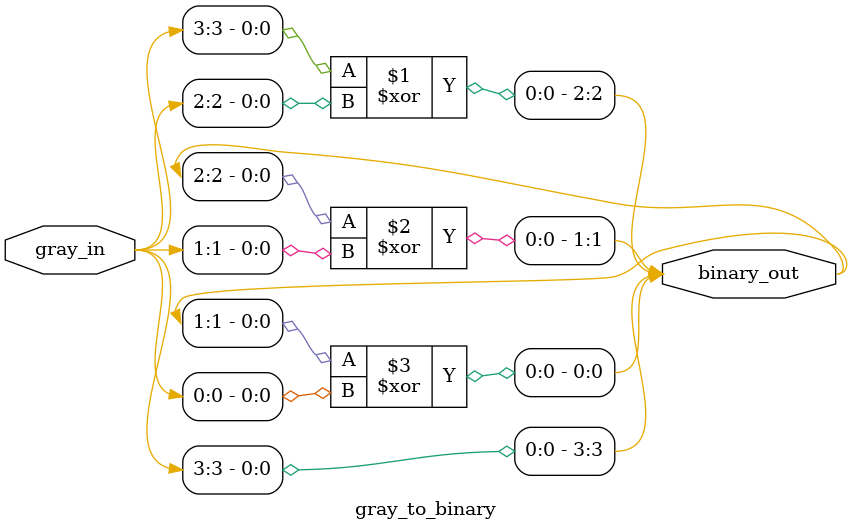
<source format=sv>
module gray_to_binary #(parameter N = 4)(
    input  [N-1:0] gray_in,
    output [N-1:0] binary_out
);
    assign binary_out[N-1] = gray_in[N-1]; // MSB remains same
    genvar i;
    generate
        for (i = N-2; i >= 0; i = i - 1) begin : gray2bin_loop
            assign binary_out[i] = binary_out[i+1] ^ gray_in[i];
        end
    endgenerate
endmodule

</source>
